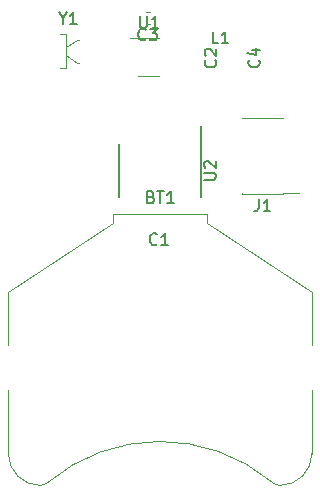
<source format=gbr>
G04 #@! TF.GenerationSoftware,KiCad,Pcbnew,(5.1.2)-2*
G04 #@! TF.CreationDate,2019-10-10T00:04:00-05:00*
G04 #@! TF.ProjectId,MillingTest,4d696c6c-696e-4675-9465-73742e6b6963,rev?*
G04 #@! TF.SameCoordinates,Original*
G04 #@! TF.FileFunction,Legend,Top*
G04 #@! TF.FilePolarity,Positive*
%FSLAX46Y46*%
G04 Gerber Fmt 4.6, Leading zero omitted, Abs format (unit mm)*
G04 Created by KiCad (PCBNEW (5.1.2)-2) date 2019-10-10 00:04:00*
%MOMM*%
%LPD*%
G04 APERTURE LIST*
%ADD10C,0.120000*%
%ADD11C,0.150000*%
G04 APERTURE END LIST*
D10*
X187719000Y-72903000D02*
X187719000Y-72838000D01*
X191249000Y-72903000D02*
X191249000Y-72838000D01*
X187719000Y-79308000D02*
X187719000Y-79243000D01*
X191249000Y-79308000D02*
X191249000Y-79243000D01*
X192574000Y-79243000D02*
X191249000Y-79243000D01*
X191249000Y-72838000D02*
X187719000Y-72838000D01*
X191249000Y-79308000D02*
X187719000Y-79308000D01*
X179922779Y-63910000D02*
X179597221Y-63910000D01*
X179922779Y-64930000D02*
X179597221Y-64930000D01*
X173770000Y-68180000D02*
X173970000Y-68180000D01*
X172870000Y-67580000D02*
X173770000Y-68180000D01*
X173770000Y-66280000D02*
X173970000Y-66280000D01*
X172870000Y-66880000D02*
X173770000Y-66280000D01*
X172870000Y-68680000D02*
X172370000Y-68680000D01*
X172870000Y-65780000D02*
X172870000Y-68680000D01*
X172370000Y-65780000D02*
X172870000Y-65780000D01*
D11*
X184250000Y-73570000D02*
X184250000Y-79545000D01*
X177350000Y-75095000D02*
X177350000Y-79545000D01*
D10*
X180760000Y-66070000D02*
X178310000Y-66070000D01*
X178960000Y-69290000D02*
X180760000Y-69290000D01*
X176870000Y-81780000D02*
X167970000Y-87630000D01*
X176870000Y-80980000D02*
X176870000Y-81780000D01*
X176870000Y-80980000D02*
X184770000Y-80980000D01*
X184770000Y-80980000D02*
X184770000Y-81780000D01*
X184770000Y-81780000D02*
X193670000Y-87630000D01*
X167970000Y-87630000D02*
X167970000Y-92130000D01*
X193670000Y-87630000D02*
X193670000Y-92130000D01*
X167970000Y-95930000D02*
X167970000Y-101330000D01*
X193670000Y-95930000D02*
X193670000Y-101330000D01*
X193670000Y-101280000D02*
G75*
G02X190970000Y-103980000I-2700000J0D01*
G01*
X167970000Y-101280000D02*
G75*
G03X170670000Y-103980000I2700000J0D01*
G01*
X171341751Y-103701751D02*
G75*
G02X170670000Y-103980000I-671751J671751D01*
G01*
X190298249Y-103701751D02*
G75*
G03X190970000Y-103980000I671751J671751D01*
G01*
X190260444Y-103668071D02*
G75*
G03X171270000Y-103760000I-9440444J-11361929D01*
G01*
D11*
X189150666Y-79760380D02*
X189150666Y-80474666D01*
X189103047Y-80617523D01*
X189007809Y-80712761D01*
X188864952Y-80760380D01*
X188769714Y-80760380D01*
X190150666Y-80760380D02*
X189579238Y-80760380D01*
X189864952Y-80760380D02*
X189864952Y-79760380D01*
X189769714Y-79903238D01*
X189674476Y-79998476D01*
X189579238Y-80046095D01*
X185743333Y-66554380D02*
X185267142Y-66554380D01*
X185267142Y-65554380D01*
X186600476Y-66554380D02*
X186029047Y-66554380D01*
X186314761Y-66554380D02*
X186314761Y-65554380D01*
X186219523Y-65697238D01*
X186124285Y-65792476D01*
X186029047Y-65840095D01*
X189167142Y-67958666D02*
X189214761Y-68006285D01*
X189262380Y-68149142D01*
X189262380Y-68244380D01*
X189214761Y-68387238D01*
X189119523Y-68482476D01*
X189024285Y-68530095D01*
X188833809Y-68577714D01*
X188690952Y-68577714D01*
X188500476Y-68530095D01*
X188405238Y-68482476D01*
X188310000Y-68387238D01*
X188262380Y-68244380D01*
X188262380Y-68149142D01*
X188310000Y-68006285D01*
X188357619Y-67958666D01*
X188595714Y-67101523D02*
X189262380Y-67101523D01*
X188214761Y-67339619D02*
X188929047Y-67577714D01*
X188929047Y-66958666D01*
X179593333Y-66207142D02*
X179545714Y-66254761D01*
X179402857Y-66302380D01*
X179307619Y-66302380D01*
X179164761Y-66254761D01*
X179069523Y-66159523D01*
X179021904Y-66064285D01*
X178974285Y-65873809D01*
X178974285Y-65730952D01*
X179021904Y-65540476D01*
X179069523Y-65445238D01*
X179164761Y-65350000D01*
X179307619Y-65302380D01*
X179402857Y-65302380D01*
X179545714Y-65350000D01*
X179593333Y-65397619D01*
X179926666Y-65302380D02*
X180545714Y-65302380D01*
X180212380Y-65683333D01*
X180355238Y-65683333D01*
X180450476Y-65730952D01*
X180498095Y-65778571D01*
X180545714Y-65873809D01*
X180545714Y-66111904D01*
X180498095Y-66207142D01*
X180450476Y-66254761D01*
X180355238Y-66302380D01*
X180069523Y-66302380D01*
X179974285Y-66254761D01*
X179926666Y-66207142D01*
X185487142Y-67963666D02*
X185534761Y-68011285D01*
X185582380Y-68154142D01*
X185582380Y-68249380D01*
X185534761Y-68392238D01*
X185439523Y-68487476D01*
X185344285Y-68535095D01*
X185153809Y-68582714D01*
X185010952Y-68582714D01*
X184820476Y-68535095D01*
X184725238Y-68487476D01*
X184630000Y-68392238D01*
X184582380Y-68249380D01*
X184582380Y-68154142D01*
X184630000Y-68011285D01*
X184677619Y-67963666D01*
X184677619Y-67582714D02*
X184630000Y-67535095D01*
X184582380Y-67439857D01*
X184582380Y-67201761D01*
X184630000Y-67106523D01*
X184677619Y-67058904D01*
X184772857Y-67011285D01*
X184868095Y-67011285D01*
X185010952Y-67058904D01*
X185582380Y-67630333D01*
X185582380Y-67011285D01*
X172568809Y-64436190D02*
X172568809Y-64912380D01*
X172235476Y-63912380D02*
X172568809Y-64436190D01*
X172902142Y-63912380D01*
X173759285Y-64912380D02*
X173187857Y-64912380D01*
X173473571Y-64912380D02*
X173473571Y-63912380D01*
X173378333Y-64055238D01*
X173283095Y-64150476D01*
X173187857Y-64198095D01*
X184552380Y-78081904D02*
X185361904Y-78081904D01*
X185457142Y-78034285D01*
X185504761Y-77986666D01*
X185552380Y-77891428D01*
X185552380Y-77700952D01*
X185504761Y-77605714D01*
X185457142Y-77558095D01*
X185361904Y-77510476D01*
X184552380Y-77510476D01*
X184647619Y-77081904D02*
X184600000Y-77034285D01*
X184552380Y-76939047D01*
X184552380Y-76700952D01*
X184600000Y-76605714D01*
X184647619Y-76558095D01*
X184742857Y-76510476D01*
X184838095Y-76510476D01*
X184980952Y-76558095D01*
X185552380Y-77129523D01*
X185552380Y-76510476D01*
X179098095Y-64232380D02*
X179098095Y-65041904D01*
X179145714Y-65137142D01*
X179193333Y-65184761D01*
X179288571Y-65232380D01*
X179479047Y-65232380D01*
X179574285Y-65184761D01*
X179621904Y-65137142D01*
X179669523Y-65041904D01*
X179669523Y-64232380D01*
X180669523Y-65232380D02*
X180098095Y-65232380D01*
X180383809Y-65232380D02*
X180383809Y-64232380D01*
X180288571Y-64375238D01*
X180193333Y-64470476D01*
X180098095Y-64518095D01*
X180548333Y-83537142D02*
X180500714Y-83584761D01*
X180357857Y-83632380D01*
X180262619Y-83632380D01*
X180119761Y-83584761D01*
X180024523Y-83489523D01*
X179976904Y-83394285D01*
X179929285Y-83203809D01*
X179929285Y-83060952D01*
X179976904Y-82870476D01*
X180024523Y-82775238D01*
X180119761Y-82680000D01*
X180262619Y-82632380D01*
X180357857Y-82632380D01*
X180500714Y-82680000D01*
X180548333Y-82727619D01*
X181500714Y-83632380D02*
X180929285Y-83632380D01*
X181215000Y-83632380D02*
X181215000Y-82632380D01*
X181119761Y-82775238D01*
X181024523Y-82870476D01*
X180929285Y-82918095D01*
X180034285Y-79558571D02*
X180177142Y-79606190D01*
X180224761Y-79653809D01*
X180272380Y-79749047D01*
X180272380Y-79891904D01*
X180224761Y-79987142D01*
X180177142Y-80034761D01*
X180081904Y-80082380D01*
X179700952Y-80082380D01*
X179700952Y-79082380D01*
X180034285Y-79082380D01*
X180129523Y-79130000D01*
X180177142Y-79177619D01*
X180224761Y-79272857D01*
X180224761Y-79368095D01*
X180177142Y-79463333D01*
X180129523Y-79510952D01*
X180034285Y-79558571D01*
X179700952Y-79558571D01*
X180558095Y-79082380D02*
X181129523Y-79082380D01*
X180843809Y-80082380D02*
X180843809Y-79082380D01*
X181986666Y-80082380D02*
X181415238Y-80082380D01*
X181700952Y-80082380D02*
X181700952Y-79082380D01*
X181605714Y-79225238D01*
X181510476Y-79320476D01*
X181415238Y-79368095D01*
M02*

</source>
